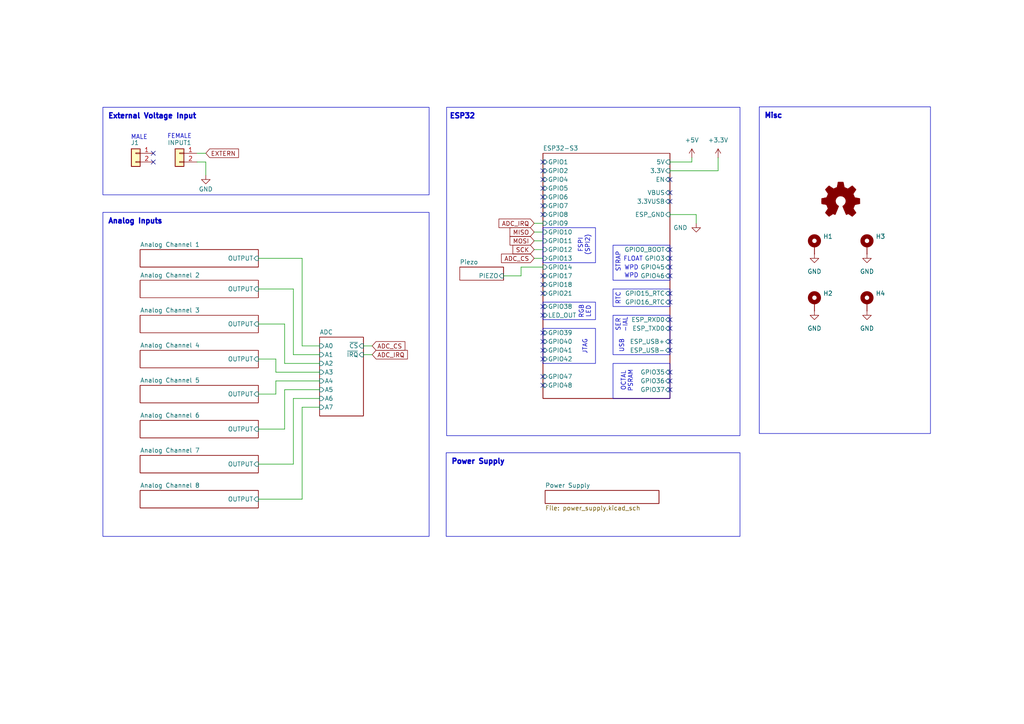
<source format=kicad_sch>
(kicad_sch (version 20250114) (generator "eeschema") (generator_version "9.0")
  (paper "A4")
  (title_block (rev "B"))
  (lib_symbols
    (symbol "Connector_Generic:Conn_01x02" (pin_names (offset 1.016) (hide yes))
      (property "Reference" "J" (at 0 2.54 0))
      (property "Value" "Conn_01x02" (at 0 -5.08 0))
      (symbol "Conn_01x02_1_1"
        (rectangle (start -1.27 1.27) (end 1.27 -3.81) (stroke (width 0.254)) (fill (type background)))
        (rectangle (start -1.27 0.127) (end 0 -0.127) (stroke (width 0.1524)))
        (rectangle (start -1.27 -2.413) (end 0 -2.667) (stroke (width 0.1524)))
        (pin passive line (at -5.08 0 0) (length 3.81) (name "Pin_1") (number "1"))
        (pin passive line (at -5.08 -2.54 0) (length 3.81) (name "Pin_2") (number "2"))
      )
    )
    (symbol "Graphic:Logo_Open_Hardware_Small" (in_bom no) (on_board no)
      (symbol "Logo_Open_Hardware_Small_0_1"
        (polyline (pts (xy 3.3528 -4.3434) (xy 3.302 -4.318) (xy 3.175 -4.2418) (xy 2.9972 -4.1148) (xy 2.7686 -3.9624) (xy 2.54 -3.81) (xy 2.3622 -3.7084) (xy 2.2352 -3.6068) (xy 2.1844 -3.5814) (xy 2.159 -3.6068) (xy 2.0574 -3.6576) (xy 1.905 -3.7338) (xy 1.8034 -3.7846) (xy 1.6764 -3.8354) (xy 1.6002 -3.8354) (xy 1.6002 -3.8354) (xy 1.5494 -3.7338) (xy 1.4732 -3.5306) (xy 1.3462 -3.302) (xy 1.2446 -3.0226) (xy 1.1176 -2.7178) (xy 0.9652 -2.413) (xy 0.8636 -2.1082) (xy 0.7366 -1.8288) (xy 0.6604 -1.6256) (xy 0.6096 -1.4732) (xy 0.5842 -1.397) (xy 0.5842 -1.397) (xy 0.6604 -1.3208) (xy 0.7874 -1.2446) (xy 1.0414 -1.016) (xy 1.2954 -0.6858) (xy 1.4478 -0.3302) (xy 1.524 0.0762) (xy 1.4732 0.4572) (xy 1.3208 0.8128) (xy 1.0668 1.143) (xy 0.762 1.3716) (xy 0.4064 1.524) (xy 0 1.5748) (xy -0.381 1.5494) (xy -0.7366 1.397) (xy -1.0668 1.143) (xy -1.2192 0.9906) (xy -1.397 0.6604) (xy -1.524 0.3048) (xy -1.524 0.2286) (xy -1.4986 -0.1778) (xy -1.397 -0.5334) (xy -1.1938 -0.8636) (xy -0.9144 -1.143) (xy -0.8636 -1.1684) (xy -0.7366 -1.27) (xy -0.635 -1.3462) (xy -0.5842 -1.397) (xy -1.0668 -2.5908) (xy -1.143 -2.794) (xy -1.2954 -3.1242) (xy -1.397 -3.4036) (xy -1.4986 -3.6322) (xy -1.5748 -3.7846) (xy -1.6002 -3.8354) (xy -1.6002 -3.8354) (xy -1.651 -3.8354) (xy -1.7272 -3.81) (xy -1.905 -3.7338) (xy -2.0066 -3.683) (xy -2.1336 -3.6068) (xy -2.2098 -3.5814) (xy -2.2606 -3.6068) (xy -2.3622 -3.683) (xy -2.54 -3.81) (xy -2.7686 -3.9624) (xy -2.9718 -4.0894) (xy -3.1496 -4.2164) (xy -3.302 -4.318) (xy -3.3528 -4.3434) (xy -3.3782 -4.3434) (xy -3.429 -4.318) (xy -3.5306 -4.2164) (xy -3.7084 -4.064) (xy -3.937 -3.8354) (xy -3.9624 -3.81) (xy -4.1656 -3.6068) (xy -4.318 -3.4544) (xy -4.4196 -3.3274) (xy -4.445 -3.2766) (xy -4.445 -3.2766) (xy -4.4196 -3.2258) (xy -4.318 -3.0734) (xy -4.2164 -2.8956) (xy -4.064 -2.667) (xy -3.6576 -2.0828) (xy -3.8862 -1.5494) (xy -3.937 -1.3716) (xy -4.0386 -1.1684) (xy -4.0894 -1.0414) (xy -4.1148 -0.9652) (xy -4.191 -0.9398) (xy -4.318 -0.9144) (xy -4.5466 -0.8636) (xy -4.8006 -0.8128) (xy -5.0546 -0.7874) (xy -5.2578 -0.7366) (xy -5.4356 -0.7112) (xy -5.5118 -0.6858) (xy -5.5118 -0.6858) (xy -5.5372 -0.635) (xy -5.5372 -0.5588) (xy -5.5372 -0.4318) (xy -5.5626 -0.2286) (xy -5.5626 0.0762) (xy -5.5626 0.127) (xy -5.5372 0.4064) (xy -5.5372 0.635) (xy -5.5372 0.762) (xy -5.5372 0.8382) (xy -5.5372 0.8382) (xy -5.461 0.8382) (xy -5.3086 0.889) (xy -5.08 0.9144) (xy -4.826 0.9652) (xy -4.8006 0.9906) (xy -4.5466 1.0414) (xy -4.318 1.0668) (xy -4.1656 1.1176) (xy -4.0894 1.143) (xy -4.0894 1.143) (xy -4.0386 1.2446) (xy -3.9624 1.4224) (xy -3.8608 1.6256) (xy -3.7846 1.8288) (xy -3.7084 2.0066) (xy -3.6576 2.159) (xy -3.6322 2.2098) (xy -3.6322 2.2098) (xy -3.683 2.286) (xy -3.7592 2.413) (xy -3.8862 2.5908) (xy -4.064 2.8194) (xy -4.064 2.8448) (xy -4.2164 3.0734) (xy -4.3434 3.2512) (xy -4.4196 3.3782) (xy -4.445 3.4544) (xy -4.445 3.4544) (xy -4.3942 3.5052) (xy -4.2926 3.6322) (xy -4.1148 3.81) (xy -3.937 4.0132) (xy -3.8608 4.064) (xy -3.6576 4.2926) (xy -3.5052 4.4196) (xy -3.4036 4.4958) (xy -3.3528 4.5212) (xy -3.3528 4.5212) (xy -3.302 4.4704) (xy -3.1496 4.3688) (xy -2.9718 4.2418) (xy -2.7432 4.0894) (xy -2.7178 4.0894) (xy -2.4892 3.937) (xy -2.3114 3.81) (xy -2.1844 3.7084) (xy -2.1336 3.683) (xy -2.1082 3.683) (xy -2.032 3.7084) (xy -1.8542 3.7592) (xy -1.6764 3.8354) (xy -1.4732 3.937) (xy -1.27 4.0132) (xy -1.143 4.064) (xy -1.0668 4.1148) (xy -1.0668 4.1148) (xy -1.0414 4.191) (xy -1.016 4.3434) (xy -0.9652 4.572) (xy -0.9144 4.8514) (xy -0.889 4.9022) (xy -0.8382 5.1562) (xy -0.8128 5.3848) (xy -0.7874 5.5372) (xy -0.762 5.588) (xy -0.7112 5.6134) (xy -0.5842 5.6134) (xy -0.4064 5.6134) (xy -0.1524 5.6134) (xy 0.0762 5.6134) (xy 0.3302 5.6134) (xy 0.5334 5.6134) (xy 0.6858 5.588) (xy 0.7366 5.588) (xy 0.7366 5.588) (xy 0.762 5.5118) (xy 0.8128 5.334) (xy 0.8382 5.1054) (xy 0.9144 4.826) (xy 0.9144 4.7752) (xy 0.9652 4.5212) (xy 1.016 4.2926) (xy 1.0414 4.1402) (xy 1.0668 4.0894) (xy 1.0668 4.0894) (xy 1.1938 4.0386) (xy 1.3716 3.9624) (xy 1.5748 3.8608) (xy 2.0828 3.6576) (xy 2.7178 4.0894) (xy 2.7686 4.1402) (xy 2.9972 4.2926) (xy 3.175 4.4196) (xy 3.302 4.4958) (xy 3.3782 4.5212) (xy 3.3782 4.5212) (xy 3.429 4.4704) (xy 3.556 4.3434) (xy 3.7338 4.191) (xy 3.9116 3.9878) (xy 4.064 3.8354) (xy 4.2418 3.6576) (xy 4.3434 3.556) (xy 4.4196 3.4798) (xy 4.4196 3.429) (xy 4.4196 3.4036) (xy 4.3942 3.3274) (xy 4.2926 3.2004) (xy 4.1656 2.9972) (xy 4.0132 2.794) (xy 3.8862 2.5908) (xy 3.7592 2.3876) (xy 3.6576 2.2352) (xy 3.6322 2.159) (xy 3.6322 2.1336) (xy 3.683 2.0066) (xy 3.7592 1.8288) (xy 3.8608 1.6002) (xy 4.064 1.1176) (xy 4.3942 1.0414) (xy 4.5974 1.016) (xy 4.8768 0.9652) (xy 5.1308 0.9144) (xy 5.5372 0.8382) (xy 5.5626 -0.6604) (xy 5.4864 -0.6858) (xy 5.4356 -0.6858) (xy 5.2832 -0.7366) (xy 5.0546 -0.762) (xy 4.8006 -0.8128) (xy 4.5974 -0.8636) (xy 4.3688 -0.9144) (xy 4.2164 -0.9398) (xy 4.1402 -0.9398) (xy 4.1148 -0.9652) (xy 4.064 -1.0668) (xy 3.9878 -1.2446) (xy 3.9116 -1.4478) (xy 3.81 -1.651) (xy 3.7338 -1.8542) (xy 3.683 -2.0066) (xy 3.6576 -2.0828) (xy 3.683 -2.1336) (xy 3.7846 -2.2606) (xy 3.8862 -2.4638) (xy 4.0386 -2.667) (xy 4.191 -2.8956) (xy 4.318 -3.0734) (xy 4.3942 -3.2004) (xy 4.445 -3.2766) (xy 4.4196 -3.3274) (xy 4.3434 -3.429) (xy 4.1656 -3.5814) (xy 3.937 -3.8354) (xy 3.8862 -3.8608) (xy 3.683 -4.064) (xy 3.5306 -4.2164) (xy 3.4036 -4.318) (xy 3.3528 -4.3434)) (fill (type outline)))
      )
    )
    (symbol "Mechanical:MountingHole_Pad" (pin_numbers (hide yes)) (pin_names (offset 1.016) (hide yes)) (exclude_from_sim yes) (in_bom no)
      (property "Reference" "H" (at 0 6.35 0))
      (property "Value" "MountingHole_Pad" (at 0 4.445 0))
      (symbol "MountingHole_Pad_0_1"
        (circle (center 0 1.27) (radius 1.27) (stroke (width 1.27)))
      )
      (symbol "MountingHole_Pad_1_1"
        (pin input line (at 0 -2.54 90) (length 2.54) (name "1") (number "1"))
      )
    )
    (symbol "power:+3.3V" (power) (pin_numbers (hide yes)) (pin_names (offset 0) (hide yes))
      (property "Value" "+3.3V" (at 0 3.556 0))
      (symbol "+3.3V_0_1"
        (polyline (pts (xy -0.762 1.27) (xy 0 2.54)))
        (polyline (pts (xy 0 2.54) (xy 0.762 1.27)))
        (polyline (pts (xy 0 0) (xy 0 2.54)))
      )
      (symbol "+3.3V_1_1"
        (pin power_in line (at 0 0 90) (length 0) (name "~") (number "1"))
      )
    )
    (symbol "power:+5V" (power) (pin_numbers (hide yes)) (pin_names (offset 0) (hide yes))
      (property "Value" "+5V" (at 0 3.556 0))
      (symbol "+5V_0_1"
        (polyline (pts (xy -0.762 1.27) (xy 0 2.54)))
        (polyline (pts (xy 0 2.54) (xy 0.762 1.27)))
        (polyline (pts (xy 0 0) (xy 0 2.54)))
      )
      (symbol "+5V_1_1"
        (pin power_in line (at 0 0 90) (length 0) (name "~") (number "1"))
      )
    )
    (symbol "power:GND" (power) (pin_numbers (hide yes)) (pin_names (offset 0) (hide yes))
      (property "Value" "GND" (at 0 -3.81 0))
      (symbol "GND_0_1"
        (polyline (pts (xy 0 0) (xy 0 -1.27) (xy 1.27 -1.27) (xy 0 -2.54) (xy -1.27 -1.27) (xy 0 -1.27)))
      )
      (symbol "GND_1_1"
        (pin power_in line (at 0 0 270) (length 0) (name "~") (number "1"))
      )
    )
  )
  (rectangle (start 129.54 31.115) (end 214.63 126.365))
  (rectangle (start 177.8 71.12) (end 194.31 81.28))
  (rectangle (start 157.48 95.25) (end 172.72 105.41))
  (rectangle (start 177.8 105.41) (end 194.31 115.57))
  (rectangle (start 129.413 131.318) (end 214.63 155.575))
  (rectangle (start 220.218 30.988) (end 269.875 125.73))
  (rectangle (start 29.845 61.595) (end 124.46 155.575))
  (rectangle (start 177.8 91.44) (end 194.31 102.87))
  (rectangle (start 177.8 83.82) (end 194.31 88.9))
  (rectangle (start 157.48 87.63) (end 172.72 92.71))
  (rectangle (start 157.48 66.04) (end 172.72 76.2))
  (rectangle (start 29.845 31.115) (end 124.46 56.515))
  (text "OCTAL\nPSRAM" (at 181.864 110.49 90) (effects (font (size 1.27 1.27))))
  (text "FEMALE" (at 52.07 39.624 0) (effects (font (size 1.27 1.27))))
  (text "Power Supply" (at 130.81 133.985 0) (effects (font (size 1.5 1.5) (thickness 0.4) (bold yes)) (justify left)))
  (text "JTAG" (at 169.672 100.584 90) (effects (font (size 1.27 1.27))))
  (text "FSPI\n(SPI2)" (at 169.418 71.12 90) (effects (font (size 1.27 1.27))))
  (text "RTC" (at 179.324 86.614 90) (effects (font (size 1.27 1.27))))
  (text "RGB\nLED" (at 169.672 90.424 90) (effects (font (size 1.27 1.27))))
  (text "USB" (at 180.34 100.33 90) (effects (font (size 1.27 1.27))))
  (text "Misc" (at 221.615 33.655 0) (effects (font (size 1.5 1.5) (thickness 0.4) (bold yes)) (justify left)))
  (text "Analog Inputs" (at 31.242 64.262 0) (effects (font (size 1.5 1.5) (thickness 0.4) (bold yes)) (justify left)))
  (text "External Voltage Input" (at 31.242 33.782 0) (effects (font (size 1.5 1.5) (thickness 0.4) (bold yes)) (justify left)))
  (text "WPD" (at 183.134 80.01 0) (effects (font (size 1.27 1.27))))
  (text "SER\n-IAL" (at 180.34 94.234 90) (effects (font (size 1.27 1.27))))
  (text "FLOAT" (at 183.642 75.184 0) (effects (font (size 1.27 1.27))))
  (text "MALE" (at 40.386 39.878 0) (effects (font (size 1.27 1.27))))
  (text "WPD" (at 183.134 77.724 0) (effects (font (size 1.27 1.27))))
  (text "STRAP" (at 179.324 75.946 90) (effects (font (size 1.27 1.27))))
  (text "ESP32" (at 130.302 33.782 0) (effects (font (size 1.5 1.5) (thickness 0.4) (bold yes)) (justify left)))
  (no_connect (at 157.48 54.61))
  (no_connect (at 157.48 101.6))
  (no_connect (at 194.31 72.39))
  (no_connect (at 157.48 80.01))
  (no_connect (at 194.31 99.06))
  (no_connect (at 157.48 111.76))
  (no_connect (at 194.31 85.09))
  (no_connect (at 194.31 80.01))
  (no_connect (at 157.48 96.52))
  (no_connect (at 194.31 95.25))
  (no_connect (at 194.31 87.63))
  (no_connect (at 194.31 107.95))
  (no_connect (at 157.48 104.14))
  (no_connect (at 194.31 55.88))
  (no_connect (at 194.31 101.6))
  (no_connect (at 157.48 57.15))
  (no_connect (at 157.48 52.07))
  (no_connect (at 194.31 110.49))
  (no_connect (at 194.31 58.42))
  (no_connect (at 44.45 44.45))
  (no_connect (at 157.48 46.99))
  (no_connect (at 157.48 62.23))
  (no_connect (at 157.48 85.09))
  (no_connect (at 194.31 113.03))
  (no_connect (at 157.48 91.44))
  (no_connect (at 194.31 74.93))
  (no_connect (at 194.31 92.71))
  (no_connect (at 157.48 99.06))
  (no_connect (at 157.48 59.69))
  (no_connect (at 194.31 52.07))
  (no_connect (at 194.31 77.47))
  (no_connect (at 44.45 46.99))
  (no_connect (at 157.48 88.9))
  (no_connect (at 157.48 49.53))
  (no_connect (at 157.48 109.22))
  (no_connect (at 157.48 82.55))
  (wire (pts (xy 85.09 134.62) (xy 85.09 115.57)))
  (wire (pts (xy 154.94 64.77) (xy 157.48 64.77)))
  (wire (pts (xy 87.63 74.93) (xy 87.63 100.33)))
  (wire (pts (xy 74.93 114.3) (xy 80.01 114.3)))
  (wire (pts (xy 74.93 93.98) (xy 82.55 93.98)))
  (wire (pts (xy 59.69 44.45) (xy 57.15 44.45)))
  (wire (pts (xy 85.09 83.82) (xy 85.09 102.87)))
  (wire (pts (xy 208.28 45.72) (xy 208.28 49.53)))
  (wire (pts (xy 200.66 46.99) (xy 200.66 45.72)))
  (wire (pts (xy 194.31 62.23) (xy 201.93 62.23)))
  (wire (pts (xy 74.93 144.78) (xy 87.63 144.78)))
  (wire (pts (xy 80.01 114.3) (xy 80.01 110.49)))
  (wire (pts (xy 80.01 104.14) (xy 80.01 107.95)))
  (wire (pts (xy 74.93 83.82) (xy 85.09 83.82)))
  (wire (pts (xy 154.94 67.31) (xy 157.48 67.31)))
  (wire (pts (xy 74.93 74.93) (xy 87.63 74.93)))
  (wire (pts (xy 82.55 113.03) (xy 92.71 113.03)))
  (wire (pts (xy 154.94 72.39) (xy 157.48 72.39)))
  (wire (pts (xy 57.15 46.99) (xy 59.69 46.99)))
  (wire (pts (xy 151.13 77.47) (xy 151.13 80.01)))
  (wire (pts (xy 82.55 124.46) (xy 82.55 113.03)))
  (wire (pts (xy 80.01 110.49) (xy 92.71 110.49)))
  (wire (pts (xy 151.13 80.01) (xy 146.05 80.01)))
  (wire (pts (xy 87.63 144.78) (xy 87.63 118.11)))
  (wire (pts (xy 154.94 69.85) (xy 157.48 69.85)))
  (wire (pts (xy 194.31 46.99) (xy 200.66 46.99)))
  (wire (pts (xy 82.55 93.98) (xy 82.55 105.41)))
  (wire (pts (xy 154.94 74.93) (xy 157.48 74.93)))
  (wire (pts (xy 74.93 134.62) (xy 85.09 134.62)))
  (wire (pts (xy 87.63 100.33) (xy 92.71 100.33)))
  (wire (pts (xy 82.55 105.41) (xy 92.71 105.41)))
  (wire (pts (xy 194.31 49.53) (xy 208.28 49.53)))
  (wire (pts (xy 87.63 118.11) (xy 92.71 118.11)))
  (wire (pts (xy 107.95 102.87) (xy 105.41 102.87)))
  (wire (pts (xy 85.09 102.87) (xy 92.71 102.87)))
  (wire (pts (xy 201.93 62.23) (xy 201.93 64.77)))
  (wire (pts (xy 157.48 77.47) (xy 151.13 77.47)))
  (wire (pts (xy 107.95 100.33) (xy 105.41 100.33)))
  (wire (pts (xy 80.01 107.95) (xy 92.71 107.95)))
  (wire (pts (xy 74.93 124.46) (xy 82.55 124.46)))
  (wire (pts (xy 85.09 115.57) (xy 92.71 115.57)))
  (wire (pts (xy 59.69 46.99) (xy 59.69 50.8)))
  (wire (pts (xy 74.93 104.14) (xy 80.01 104.14)))
  (global_label "MISO" (shape input) (at 154.94 67.31 180) (property "Intersheetrefs" "${INTERSHEET_REFS}" (at 147.3586 67.31 0) (effects (justify right))))
  (global_label "SCK" (shape input) (at 154.94 72.39 180) (property "Intersheetrefs" "${INTERSHEET_REFS}" (at 148.2053 72.39 0) (effects (justify right))))
  (global_label "ADC_IRQ" (shape input) (at 107.95 102.87 0) (property "Intersheetrefs" "${INTERSHEET_REFS}" (at 118.7367 102.87 0) (effects (justify left))))
  (global_label "EXTERN" (shape input) (at 59.69 44.45 0) (property "Intersheetrefs" "${INTERSHEET_REFS}" (at 69.7508 44.45 0) (effects (justify left))))
  (global_label "ADC_CS" (shape input) (at 154.94 74.93 180) (property "Intersheetrefs" "${INTERSHEET_REFS}" (at 144.8791 74.93 0) (effects (justify right))))
  (global_label "ADC_CS" (shape input) (at 107.95 100.33 0) (property "Intersheetrefs" "${INTERSHEET_REFS}" (at 118.0109 100.33 0) (effects (justify left))))
  (global_label "ADC_IRQ" (shape input) (at 154.94 64.77 180) (property "Intersheetrefs" "${INTERSHEET_REFS}" (at 144.1533 64.77 0) (effects (justify right))))
  (global_label "MOSI" (shape input) (at 154.94 69.85 180) (property "Intersheetrefs" "${INTERSHEET_REFS}" (at 147.3586 69.85 0) (effects (justify right))))
  (symbol (lib_id "Mechanical:MountingHole_Pad") (at 251.46 87.63 0) (unit 1) (in_bom no)
    (property "Reference" "H4" (at 254 85.0899 0) (effects (justify left)))
    (property "Value" "MountingHole_Pad" (effects (hide yes)))
    (property "Footprint" "MountingHole:MountingHole_3.2mm_M3_ISO14580_Pad" (effects (hide yes)))
    (property "Description" "Mounting Hole with connection" (effects (hide yes)))
  )
  (symbol (lib_id "power:+5V") (at 200.66 45.72 0) (mirror y) (unit 1)
    (property "Reference" "#PWR02" (effects (hide yes)))
    (property "Value" "+5V" (at 200.66 40.64 0))
    (property "Description" "Power symbol creates a global label with name \"+5V\"" (effects (hide yes)))
  )
  (symbol (lib_id "power:GND") (at 251.46 73.66 0) (unit 1)
    (property "Reference" "#PWR07" (effects (hide yes)))
    (property "Value" "GND" (at 251.46 78.74 0))
    (property "Description" "Power symbol creates a global label with name \"GND\" , ground" (effects (hide yes)))
  )
  (symbol (lib_id "power:+3.3V") (at 208.28 45.72 0) (unit 1)
    (property "Reference" "#PWR04" (effects (hide yes)))
    (property "Value" "+3.3V" (at 208.28 40.64 0))
    (property "Description" "Power symbol creates a global label with name \"+3.3V\"" (effects (hide yes)))
  )
  (symbol (lib_id "Mechanical:MountingHole_Pad") (at 236.22 71.12 0) (unit 1) (in_bom no)
    (property "Reference" "H1" (at 238.76 68.5799 0) (effects (justify left)))
    (property "Value" "MountingHole_Pad" (effects (hide yes)))
    (property "Footprint" "MountingHole:MountingHole_3.2mm_M3_ISO14580_Pad" (effects (hide yes)))
    (property "Description" "Mounting Hole with connection" (effects (hide yes)))
  )
  (symbol (lib_id "Connector_Generic:Conn_01x02") (at 52.07 44.45 0) (mirror y) (unit 1)
    (property "Reference" "INPUT1" (at 52.07 41.402 0))
    (property "Value" "Conn_01x02" (effects (hide yes)))
    (property "Footprint" "yarrboard:PhoenixContact_MC_1,5_2-G-3.5_1x02_P3.50mm_Horizontal" (effects (hide yes)))
    (property "Description" "Generic connector, single row, 01x02, script generated (kicad-library-utils/schlib/autogen/connector/)" (effects (hide yes)))
    (property "LCSC" "C5188295" (effects (hide yes)))
  )
  (symbol (lib_id "power:GND") (at 251.46 90.17 0) (unit 1)
    (property "Reference" "#PWR08" (effects (hide yes)))
    (property "Value" "GND" (at 251.46 95.25 0))
    (property "Description" "Power symbol creates a global label with name \"GND\" , ground" (effects (hide yes)))
  )
  (symbol (lib_id "Mechanical:MountingHole_Pad") (at 236.22 87.63 0) (unit 1) (in_bom no)
    (property "Reference" "H2" (at 238.76 85.0899 0) (effects (justify left)))
    (property "Value" "MountingHole_Pad" (effects (hide yes)))
    (property "Footprint" "MountingHole:MountingHole_3.2mm_M3_ISO14580_Pad" (effects (hide yes)))
    (property "Description" "Mounting Hole with connection" (effects (hide yes)))
  )
  (symbol (lib_id "Graphic:Logo_Open_Hardware_Small") (at 243.84 58.42 0) (unit 1) (in_bom no)
    (property "Reference" "LOGO2" (effects (hide yes)))
    (property "Value" "Logo_Open_Hardware_Small" (effects (hide yes)))
    (property "Footprint" "Symbol:OSHW-Logo_5.7x6mm_SilkScreen" (effects (hide yes)))
    (property "Description" "Open Hardware logo, small" (effects (hide yes)))
  )
  (symbol (lib_id "Connector_Generic:Conn_01x02") (at 39.37 44.45 0) (mirror y) (unit 1) (on_board no)
    (property "Reference" "J1" (at 39.116 41.402 0))
    (property "Value" "Conn_01x03" (effects (hide yes)))
    (property "Description" "Generic connector, single row, 01x02, script generated (kicad-library-utils/schlib/autogen/connector/)" (effects (hide yes)))
    (property "LCSC" "C5188249" (effects (hide yes)))
  )
  (symbol (lib_id "power:GND") (at 236.22 90.17 0) (unit 1)
    (property "Reference" "#PWR06" (effects (hide yes)))
    (property "Value" "GND" (at 236.22 95.25 0))
    (property "Description" "Power symbol creates a global label with name \"GND\" , ground" (effects (hide yes)))
  )
  (symbol (lib_id "power:GND") (at 201.93 64.77 0) (mirror y) (unit 1)
    (property "Reference" "#PWR03" (effects (hide yes)))
    (property "Value" "GND" (at 199.39 66.0399 0) (effects (justify left)))
    (property "Description" "Power symbol creates a global label with name \"GND\" , ground" (effects (hide yes)))
  )
  (symbol (lib_id "power:GND") (at 59.69 50.8 0) (mirror y) (unit 1)
    (property "Reference" "#PWR01" (effects (hide yes)))
    (property "Value" "GND" (at 61.722 54.864 0) (effects (justify left)))
    (property "Description" "Power symbol creates a global label with name \"GND\" , ground" (effects (hide yes)))
  )
  (symbol (lib_id "Mechanical:MountingHole_Pad") (at 251.46 71.12 0) (unit 1) (in_bom no)
    (property "Reference" "H3" (at 254 68.5799 0) (effects (justify left)))
    (property "Value" "MountingHole_Pad" (effects (hide yes)))
    (property "Footprint" "MountingHole:MountingHole_3.2mm_M3_ISO14580_Pad" (effects (hide yes)))
    (property "Description" "Mounting Hole with connection" (effects (hide yes)))
  )
  (symbol (lib_id "power:GND") (at 236.22 73.66 0) (unit 1)
    (property "Reference" "#PWR05" (effects (hide yes)))
    (property "Value" "GND" (at 236.22 78.74 0))
    (property "Description" "Power symbol creates a global label with name \"GND\" , ground" (effects (hide yes)))
  )
  (sheet (at 92.71 97.79) (size 12.7 22.86) (stroke (width 0.1524))
    (property "Sheetname" "ADC" (at 92.71 97.0784 0) (effects (justify left bottom)))
    (property "Sheetfile" "adc.kicad_sch" (effects (hide yes)))
    (pin "A6" input (at 92.71 115.57 180))
    (pin "A5" input (at 92.71 113.03 180))
    (pin "A7" input (at 92.71 118.11 180))
    (pin "A2" input (at 92.71 105.41 180))
    (pin "A3" input (at 92.71 107.95 180))
    (pin "A0" input (at 92.71 100.33 180))
    (pin "A4" input (at 92.71 110.49 180))
    (pin "A1" input (at 92.71 102.87 180))
    (pin "~{CS}" input (at 105.41 100.33 0))
    (pin "~{IRQ}" input (at 105.41 102.87 0))
  )
  (sheet (at 40.64 91.44) (size 34.29 5.08) (stroke (width 0.1524))
    (property "Sheetname" "Analog Channel 3" (at 40.64 90.7284 0) (effects (justify left bottom)))
    (property "Sheetfile" "analog_channel.kicad_sch" (effects (hide yes)))
    (pin "OUTPUT" input (at 74.93 93.98 0))
  )
  (sheet (at 157.48 44.45) (size 36.83 71.12) (stroke (width 0.1524))
    (property "Sheetname" "ESP32-S3" (at 157.48 43.7384 0) (effects (justify left bottom)))
    (property "Sheetfile" "esp32-s3.kicad_sch" (effects (hide yes)))
    (pin "3.3V" input (at 194.31 49.53 0))
    (pin "3.3VUSB" input (at 194.31 58.42 0))
    (pin "5V" input (at 194.31 46.99 0))
    (pin "EN" input (at 194.31 52.07 0))
    (pin "GPIO1" input (at 157.48 46.99 180))
    (pin "GPIO2" input (at 157.48 49.53 180))
    (pin "GPIO3" input (at 194.31 74.93 0))
    (pin "GPIO4" input (at 157.48 52.07 180))
    (pin "GPIO5" input (at 157.48 54.61 180))
    (pin "GPIO6" input (at 157.48 57.15 180))
    (pin "GPIO7" input (at 157.48 59.69 180))
    (pin "GPIO8" input (at 157.48 62.23 180))
    (pin "GPIO9" input (at 157.48 64.77 180))
    (pin "GPIO10" input (at 157.48 67.31 180))
    (pin "GPIO11" input (at 157.48 69.85 180))
    (pin "GPIO12" input (at 157.48 72.39 180))
    (pin "GPIO13" input (at 157.48 74.93 180))
    (pin "GPIO14" input (at 157.48 77.47 180))
    (pin "GPIO17" input (at 157.48 80.01 180))
    (pin "GPIO18" input (at 157.48 82.55 180))
    (pin "GPIO21" input (at 157.48 85.09 180))
    (pin "GPIO35" input (at 194.31 107.95 0))
    (pin "GPIO36" input (at 194.31 110.49 0))
    (pin "GPIO37" input (at 194.31 113.03 0))
    (pin "GPIO39" input (at 157.48 96.52 180))
    (pin "GPIO40" input (at 157.48 99.06 180))
    (pin "GPIO41" input (at 157.48 101.6 180))
    (pin "GPIO42" input (at 157.48 104.14 180))
    (pin "GPIO45" input (at 194.31 77.47 0))
    (pin "GPIO46" input (at 194.31 80.01 0))
    (pin "GPIO47" input (at 157.48 109.22 180))
    (pin "GPIO48" input (at 157.48 111.76 180))
    (pin "VBUS" input (at 194.31 55.88 0))
    (pin "ESP_RXD0" input (at 194.31 92.71 0))
    (pin "ESP_TXD0" input (at 194.31 95.25 0))
    (pin "ESP_USB+" input (at 194.31 99.06 0))
    (pin "ESP_USB-" input (at 194.31 101.6 0))
    (pin "GPIO0_BOOT" input (at 194.31 72.39 0))
    (pin "GPIO15_RTC" input (at 194.31 85.09 0))
    (pin "GPIO16_RTC" input (at 194.31 87.63 0))
    (pin "LED_OUT" input (at 157.48 91.44 180))
    (pin "GPIO38" input (at 157.48 88.9 180))
    (pin "ESP_GND" input (at 194.31 62.23 0))
  )
  (sheet (at 158.115 142.24) (size 33.02 3.81) (stroke (width 0.1524))
    (property "Sheetname" "Power Supply" (at 158.115 141.5284 0) (effects (justify left bottom)))
    (property "Sheetfile" "power_supply.kicad_sch" (at 158.115 146.6346 0) (effects (justify left top)))
  )
  (sheet (at 40.64 111.76) (size 34.29 5.08) (stroke (width 0.1524))
    (property "Sheetname" "Analog Channel 5" (at 40.64 111.0484 0) (effects (justify left bottom)))
    (property "Sheetfile" "analog_channel.kicad_sch" (effects (hide yes)))
    (pin "OUTPUT" input (at 74.93 114.3 0))
  )
  (sheet (at 133.35 77.47) (size 12.7 3.81) (stroke (width 0.1524))
    (property "Sheetname" "Piezo" (at 133.35 76.7584 0) (effects (justify left bottom)))
    (property "Sheetfile" "piezo.kicad_sch" (effects (hide yes)))
    (pin "PIEZO" input (at 146.05 80.01 0))
  )
  (sheet (at 40.64 132.08) (size 34.29 5.08) (stroke (width 0.1524))
    (property "Sheetname" "Analog Channel 7" (at 40.64 131.3684 0) (effects (justify left bottom)))
    (property "Sheetfile" "analog_channel.kicad_sch" (effects (hide yes)))
    (pin "OUTPUT" input (at 74.93 134.62 0))
  )
  (sheet (at 40.64 81.28) (size 34.29 5.08) (stroke (width 0.1524))
    (property "Sheetname" "Analog Channel 2" (at 40.64 80.5684 0) (effects (justify left bottom)))
    (property "Sheetfile" "analog_channel.kicad_sch" (effects (hide yes)))
    (pin "OUTPUT" input (at 74.93 83.82 0))
  )
  (sheet (at 40.64 142.24) (size 34.29 5.08) (stroke (width 0.1524))
    (property "Sheetname" "Analog Channel 8" (at 40.64 141.5284 0) (effects (justify left bottom)))
    (property "Sheetfile" "analog_channel.kicad_sch" (effects (hide yes)))
    (pin "OUTPUT" input (at 74.93 144.78 0))
  )
  (sheet (at 40.64 72.39) (size 34.29 5.08) (stroke (width 0.1524))
    (property "Sheetname" "Analog Channel 1" (at 40.64 71.6784 0) (effects (justify left bottom)))
    (property "Sheetfile" "analog_channel.kicad_sch" (effects (hide yes)))
    (pin "OUTPUT" input (at 74.93 74.93 0))
  )
  (sheet (at 40.64 101.6) (size 34.29 5.08) (stroke (width 0.1524))
    (property "Sheetname" "Analog Channel 4" (at 40.64 100.8884 0) (effects (justify left bottom)))
    (property "Sheetfile" "analog_channel.kicad_sch" (effects (hide yes)))
    (pin "OUTPUT" input (at 74.93 104.14 0))
  )
  (sheet (at 40.64 121.92) (size 34.29 5.08) (stroke (width 0.1524))
    (property "Sheetname" "Analog Channel 6" (at 40.64 121.2084 0) (effects (justify left bottom)))
    (property "Sheetfile" "analog_channel.kicad_sch" (effects (hide yes)))
    (pin "OUTPUT" input (at 74.93 124.46 0))
  )
)
</source>
